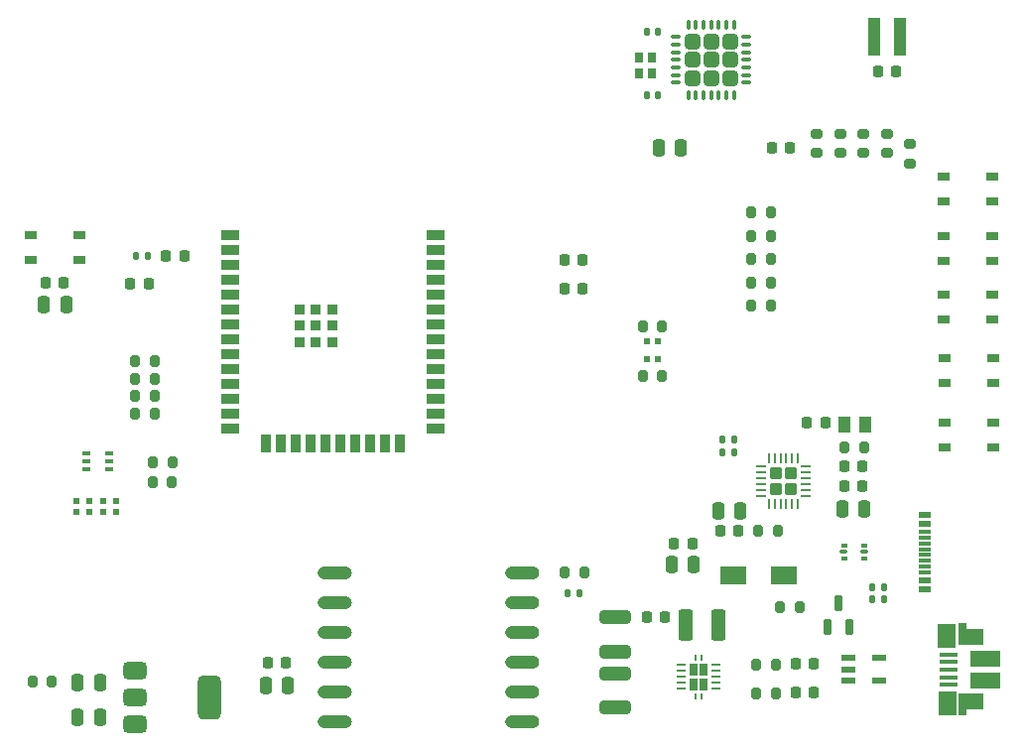
<source format=gbr>
%TF.GenerationSoftware,KiCad,Pcbnew,9.0.0*%
%TF.CreationDate,2025-06-04T09:40:56+09:00*%
%TF.ProjectId,FLP_PCB_host,464c505f-5043-4425-9f68-6f73742e6b69,rev?*%
%TF.SameCoordinates,Original*%
%TF.FileFunction,Paste,Top*%
%TF.FilePolarity,Positive*%
%FSLAX46Y46*%
G04 Gerber Fmt 4.6, Leading zero omitted, Abs format (unit mm)*
G04 Created by KiCad (PCBNEW 9.0.0) date 2025-06-04 09:40:56*
%MOMM*%
%LPD*%
G01*
G04 APERTURE LIST*
G04 Aperture macros list*
%AMRoundRect*
0 Rectangle with rounded corners*
0 $1 Rounding radius*
0 $2 $3 $4 $5 $6 $7 $8 $9 X,Y pos of 4 corners*
0 Add a 4 corners polygon primitive as box body*
4,1,4,$2,$3,$4,$5,$6,$7,$8,$9,$2,$3,0*
0 Add four circle primitives for the rounded corners*
1,1,$1+$1,$2,$3*
1,1,$1+$1,$4,$5*
1,1,$1+$1,$6,$7*
1,1,$1+$1,$8,$9*
0 Add four rect primitives between the rounded corners*
20,1,$1+$1,$2,$3,$4,$5,0*
20,1,$1+$1,$4,$5,$6,$7,0*
20,1,$1+$1,$6,$7,$8,$9,0*
20,1,$1+$1,$8,$9,$2,$3,0*%
G04 Aperture macros list end*
%ADD10C,0.010000*%
%ADD11RoundRect,0.225000X-0.225000X-0.250000X0.225000X-0.250000X0.225000X0.250000X-0.225000X0.250000X0*%
%ADD12RoundRect,0.200000X0.275000X-0.200000X0.275000X0.200000X-0.275000X0.200000X-0.275000X-0.200000X0*%
%ADD13RoundRect,0.200000X0.200000X0.275000X-0.200000X0.275000X-0.200000X-0.275000X0.200000X-0.275000X0*%
%ADD14R,0.980000X0.600000*%
%ADD15R,1.000000X0.600000*%
%ADD16R,1.140000X0.300000*%
%ADD17R,0.600000X0.490000*%
%ADD18RoundRect,0.225000X0.225000X0.250000X-0.225000X0.250000X-0.225000X-0.250000X0.225000X-0.250000X0*%
%ADD19R,1.050000X0.650000*%
%ADD20R,0.800000X0.900000*%
%ADD21RoundRect,0.135000X-0.135000X-0.185000X0.135000X-0.185000X0.135000X0.185000X-0.135000X0.185000X0*%
%ADD22RoundRect,0.250000X0.375000X1.075000X-0.375000X1.075000X-0.375000X-1.075000X0.375000X-1.075000X0*%
%ADD23R,1.000000X3.200000*%
%ADD24RoundRect,0.250000X-1.075000X0.312500X-1.075000X-0.312500X1.075000X-0.312500X1.075000X0.312500X0*%
%ADD25RoundRect,0.100000X-0.225000X-0.100000X0.225000X-0.100000X0.225000X0.100000X-0.225000X0.100000X0*%
%ADD26R,0.490000X0.600000*%
%ADD27RoundRect,0.075000X0.225000X-0.575000X0.225000X0.575000X-0.225000X0.575000X-0.225000X-0.575000X0*%
%ADD28RoundRect,0.200000X-0.200000X-0.275000X0.200000X-0.275000X0.200000X0.275000X-0.200000X0.275000X0*%
%ADD29RoundRect,0.250000X0.250000X0.475000X-0.250000X0.475000X-0.250000X-0.475000X0.250000X-0.475000X0*%
%ADD30RoundRect,0.140000X-0.140000X-0.170000X0.140000X-0.170000X0.140000X0.170000X-0.140000X0.170000X0*%
%ADD31R,1.140000X1.470000*%
%ADD32R,0.230000X0.230000*%
%ADD33O,0.800000X0.230000*%
%ADD34R,0.680000X1.050000*%
%ADD35R,0.260000X0.500000*%
%ADD36RoundRect,0.250000X-0.250000X-0.475000X0.250000X-0.475000X0.250000X0.475000X-0.250000X0.475000X0*%
%ADD37R,1.650000X0.400000*%
%ADD38R,0.700000X1.825000*%
%ADD39R,1.500000X2.000000*%
%ADD40R,2.000000X1.350000*%
%ADD41R,2.500000X1.430000*%
%ADD42RoundRect,0.375000X-0.625000X-0.375000X0.625000X-0.375000X0.625000X0.375000X-0.625000X0.375000X0*%
%ADD43RoundRect,0.500000X-0.500000X-1.400000X0.500000X-1.400000X0.500000X1.400000X-0.500000X1.400000X0*%
%ADD44R,1.270000X0.558800*%
%ADD45RoundRect,0.093750X0.156250X0.093750X-0.156250X0.093750X-0.156250X-0.093750X0.156250X-0.093750X0*%
%ADD46RoundRect,0.075000X0.250000X0.075000X-0.250000X0.075000X-0.250000X-0.075000X0.250000X-0.075000X0*%
%ADD47RoundRect,0.140000X0.140000X0.170000X-0.140000X0.170000X-0.140000X-0.170000X0.140000X-0.170000X0*%
%ADD48RoundRect,0.250000X-0.275000X-0.275000X0.275000X-0.275000X0.275000X0.275000X-0.275000X0.275000X0*%
%ADD49RoundRect,0.062500X-0.350000X-0.062500X0.350000X-0.062500X0.350000X0.062500X-0.350000X0.062500X0*%
%ADD50RoundRect,0.062500X-0.062500X-0.350000X0.062500X-0.350000X0.062500X0.350000X-0.062500X0.350000X0*%
%ADD51R,1.500000X0.900000*%
%ADD52R,0.900000X1.500000*%
%ADD53R,0.900000X0.900000*%
%ADD54RoundRect,0.249999X-0.395001X-0.395001X0.395001X-0.395001X0.395001X0.395001X-0.395001X0.395001X0*%
%ADD55RoundRect,0.075000X-0.312500X-0.075000X0.312500X-0.075000X0.312500X0.075000X-0.312500X0.075000X0*%
%ADD56RoundRect,0.075000X-0.075000X-0.312500X0.075000X-0.312500X0.075000X0.312500X-0.075000X0.312500X0*%
%ADD57R,2.300000X1.550000*%
G04 APERTURE END LIST*
D10*
%TO.C,U6*%
X60802000Y-66233000D02*
X60854000Y-66241000D01*
X60905000Y-66254000D01*
X60953000Y-66273000D01*
X61000000Y-66297000D01*
X61044000Y-66325000D01*
X61085000Y-66358000D01*
X61122000Y-66395000D01*
X61155000Y-66436000D01*
X61183000Y-66480000D01*
X61207000Y-66527000D01*
X61226000Y-66575000D01*
X61239000Y-66626000D01*
X61247000Y-66678000D01*
X61250000Y-66730000D01*
X61247000Y-66782000D01*
X61239000Y-66834000D01*
X61226000Y-66885000D01*
X61207000Y-66933000D01*
X61183000Y-66980000D01*
X61155000Y-67024000D01*
X61122000Y-67065000D01*
X61085000Y-67102000D01*
X61044000Y-67135000D01*
X61000000Y-67163000D01*
X60953000Y-67187000D01*
X60905000Y-67206000D01*
X60854000Y-67219000D01*
X60802000Y-67227000D01*
X60750000Y-67230000D01*
X58950000Y-67230000D01*
X58898000Y-67227000D01*
X58846000Y-67219000D01*
X58795000Y-67206000D01*
X58747000Y-67187000D01*
X58700000Y-67163000D01*
X58656000Y-67135000D01*
X58615000Y-67102000D01*
X58578000Y-67065000D01*
X58545000Y-67024000D01*
X58517000Y-66980000D01*
X58493000Y-66933000D01*
X58474000Y-66885000D01*
X58461000Y-66834000D01*
X58453000Y-66782000D01*
X58450000Y-66730000D01*
X58453000Y-66678000D01*
X58461000Y-66626000D01*
X58474000Y-66575000D01*
X58493000Y-66527000D01*
X58517000Y-66480000D01*
X58545000Y-66436000D01*
X58578000Y-66395000D01*
X58615000Y-66358000D01*
X58656000Y-66325000D01*
X58700000Y-66297000D01*
X58747000Y-66273000D01*
X58795000Y-66254000D01*
X58846000Y-66241000D01*
X58898000Y-66233000D01*
X58950000Y-66230000D01*
X60750000Y-66230000D01*
X60802000Y-66233000D01*
G36*
X60802000Y-66233000D02*
G01*
X60854000Y-66241000D01*
X60905000Y-66254000D01*
X60953000Y-66273000D01*
X61000000Y-66297000D01*
X61044000Y-66325000D01*
X61085000Y-66358000D01*
X61122000Y-66395000D01*
X61155000Y-66436000D01*
X61183000Y-66480000D01*
X61207000Y-66527000D01*
X61226000Y-66575000D01*
X61239000Y-66626000D01*
X61247000Y-66678000D01*
X61250000Y-66730000D01*
X61247000Y-66782000D01*
X61239000Y-66834000D01*
X61226000Y-66885000D01*
X61207000Y-66933000D01*
X61183000Y-66980000D01*
X61155000Y-67024000D01*
X61122000Y-67065000D01*
X61085000Y-67102000D01*
X61044000Y-67135000D01*
X61000000Y-67163000D01*
X60953000Y-67187000D01*
X60905000Y-67206000D01*
X60854000Y-67219000D01*
X60802000Y-67227000D01*
X60750000Y-67230000D01*
X58950000Y-67230000D01*
X58898000Y-67227000D01*
X58846000Y-67219000D01*
X58795000Y-67206000D01*
X58747000Y-67187000D01*
X58700000Y-67163000D01*
X58656000Y-67135000D01*
X58615000Y-67102000D01*
X58578000Y-67065000D01*
X58545000Y-67024000D01*
X58517000Y-66980000D01*
X58493000Y-66933000D01*
X58474000Y-66885000D01*
X58461000Y-66834000D01*
X58453000Y-66782000D01*
X58450000Y-66730000D01*
X58453000Y-66678000D01*
X58461000Y-66626000D01*
X58474000Y-66575000D01*
X58493000Y-66527000D01*
X58517000Y-66480000D01*
X58545000Y-66436000D01*
X58578000Y-66395000D01*
X58615000Y-66358000D01*
X58656000Y-66325000D01*
X58700000Y-66297000D01*
X58747000Y-66273000D01*
X58795000Y-66254000D01*
X58846000Y-66241000D01*
X58898000Y-66233000D01*
X58950000Y-66230000D01*
X60750000Y-66230000D01*
X60802000Y-66233000D01*
G37*
X60802000Y-68773000D02*
X60854000Y-68781000D01*
X60905000Y-68794000D01*
X60953000Y-68813000D01*
X61000000Y-68837000D01*
X61044000Y-68865000D01*
X61085000Y-68898000D01*
X61122000Y-68935000D01*
X61155000Y-68976000D01*
X61183000Y-69020000D01*
X61207000Y-69067000D01*
X61226000Y-69115000D01*
X61239000Y-69166000D01*
X61247000Y-69218000D01*
X61250000Y-69270000D01*
X61247000Y-69322000D01*
X61239000Y-69374000D01*
X61226000Y-69425000D01*
X61207000Y-69473000D01*
X61183000Y-69520000D01*
X61155000Y-69564000D01*
X61122000Y-69605000D01*
X61085000Y-69642000D01*
X61044000Y-69675000D01*
X61000000Y-69703000D01*
X60953000Y-69727000D01*
X60905000Y-69746000D01*
X60854000Y-69759000D01*
X60802000Y-69767000D01*
X60750000Y-69770000D01*
X58950000Y-69770000D01*
X58898000Y-69767000D01*
X58846000Y-69759000D01*
X58795000Y-69746000D01*
X58747000Y-69727000D01*
X58700000Y-69703000D01*
X58656000Y-69675000D01*
X58615000Y-69642000D01*
X58578000Y-69605000D01*
X58545000Y-69564000D01*
X58517000Y-69520000D01*
X58493000Y-69473000D01*
X58474000Y-69425000D01*
X58461000Y-69374000D01*
X58453000Y-69322000D01*
X58450000Y-69270000D01*
X58453000Y-69218000D01*
X58461000Y-69166000D01*
X58474000Y-69115000D01*
X58493000Y-69067000D01*
X58517000Y-69020000D01*
X58545000Y-68976000D01*
X58578000Y-68935000D01*
X58615000Y-68898000D01*
X58656000Y-68865000D01*
X58700000Y-68837000D01*
X58747000Y-68813000D01*
X58795000Y-68794000D01*
X58846000Y-68781000D01*
X58898000Y-68773000D01*
X58950000Y-68770000D01*
X60750000Y-68770000D01*
X60802000Y-68773000D01*
G36*
X60802000Y-68773000D02*
G01*
X60854000Y-68781000D01*
X60905000Y-68794000D01*
X60953000Y-68813000D01*
X61000000Y-68837000D01*
X61044000Y-68865000D01*
X61085000Y-68898000D01*
X61122000Y-68935000D01*
X61155000Y-68976000D01*
X61183000Y-69020000D01*
X61207000Y-69067000D01*
X61226000Y-69115000D01*
X61239000Y-69166000D01*
X61247000Y-69218000D01*
X61250000Y-69270000D01*
X61247000Y-69322000D01*
X61239000Y-69374000D01*
X61226000Y-69425000D01*
X61207000Y-69473000D01*
X61183000Y-69520000D01*
X61155000Y-69564000D01*
X61122000Y-69605000D01*
X61085000Y-69642000D01*
X61044000Y-69675000D01*
X61000000Y-69703000D01*
X60953000Y-69727000D01*
X60905000Y-69746000D01*
X60854000Y-69759000D01*
X60802000Y-69767000D01*
X60750000Y-69770000D01*
X58950000Y-69770000D01*
X58898000Y-69767000D01*
X58846000Y-69759000D01*
X58795000Y-69746000D01*
X58747000Y-69727000D01*
X58700000Y-69703000D01*
X58656000Y-69675000D01*
X58615000Y-69642000D01*
X58578000Y-69605000D01*
X58545000Y-69564000D01*
X58517000Y-69520000D01*
X58493000Y-69473000D01*
X58474000Y-69425000D01*
X58461000Y-69374000D01*
X58453000Y-69322000D01*
X58450000Y-69270000D01*
X58453000Y-69218000D01*
X58461000Y-69166000D01*
X58474000Y-69115000D01*
X58493000Y-69067000D01*
X58517000Y-69020000D01*
X58545000Y-68976000D01*
X58578000Y-68935000D01*
X58615000Y-68898000D01*
X58656000Y-68865000D01*
X58700000Y-68837000D01*
X58747000Y-68813000D01*
X58795000Y-68794000D01*
X58846000Y-68781000D01*
X58898000Y-68773000D01*
X58950000Y-68770000D01*
X60750000Y-68770000D01*
X60802000Y-68773000D01*
G37*
X60802000Y-71313000D02*
X60854000Y-71321000D01*
X60905000Y-71334000D01*
X60953000Y-71353000D01*
X61000000Y-71377000D01*
X61044000Y-71405000D01*
X61085000Y-71438000D01*
X61122000Y-71475000D01*
X61155000Y-71516000D01*
X61183000Y-71560000D01*
X61207000Y-71607000D01*
X61226000Y-71655000D01*
X61239000Y-71706000D01*
X61247000Y-71758000D01*
X61250000Y-71810000D01*
X61247000Y-71862000D01*
X61239000Y-71914000D01*
X61226000Y-71965000D01*
X61207000Y-72013000D01*
X61183000Y-72060000D01*
X61155000Y-72104000D01*
X61122000Y-72145000D01*
X61085000Y-72182000D01*
X61044000Y-72215000D01*
X61000000Y-72243000D01*
X60953000Y-72267000D01*
X60905000Y-72286000D01*
X60854000Y-72299000D01*
X60802000Y-72307000D01*
X60750000Y-72310000D01*
X58950000Y-72310000D01*
X58898000Y-72307000D01*
X58846000Y-72299000D01*
X58795000Y-72286000D01*
X58747000Y-72267000D01*
X58700000Y-72243000D01*
X58656000Y-72215000D01*
X58615000Y-72182000D01*
X58578000Y-72145000D01*
X58545000Y-72104000D01*
X58517000Y-72060000D01*
X58493000Y-72013000D01*
X58474000Y-71965000D01*
X58461000Y-71914000D01*
X58453000Y-71862000D01*
X58450000Y-71810000D01*
X58453000Y-71758000D01*
X58461000Y-71706000D01*
X58474000Y-71655000D01*
X58493000Y-71607000D01*
X58517000Y-71560000D01*
X58545000Y-71516000D01*
X58578000Y-71475000D01*
X58615000Y-71438000D01*
X58656000Y-71405000D01*
X58700000Y-71377000D01*
X58747000Y-71353000D01*
X58795000Y-71334000D01*
X58846000Y-71321000D01*
X58898000Y-71313000D01*
X58950000Y-71310000D01*
X60750000Y-71310000D01*
X60802000Y-71313000D01*
G36*
X60802000Y-71313000D02*
G01*
X60854000Y-71321000D01*
X60905000Y-71334000D01*
X60953000Y-71353000D01*
X61000000Y-71377000D01*
X61044000Y-71405000D01*
X61085000Y-71438000D01*
X61122000Y-71475000D01*
X61155000Y-71516000D01*
X61183000Y-71560000D01*
X61207000Y-71607000D01*
X61226000Y-71655000D01*
X61239000Y-71706000D01*
X61247000Y-71758000D01*
X61250000Y-71810000D01*
X61247000Y-71862000D01*
X61239000Y-71914000D01*
X61226000Y-71965000D01*
X61207000Y-72013000D01*
X61183000Y-72060000D01*
X61155000Y-72104000D01*
X61122000Y-72145000D01*
X61085000Y-72182000D01*
X61044000Y-72215000D01*
X61000000Y-72243000D01*
X60953000Y-72267000D01*
X60905000Y-72286000D01*
X60854000Y-72299000D01*
X60802000Y-72307000D01*
X60750000Y-72310000D01*
X58950000Y-72310000D01*
X58898000Y-72307000D01*
X58846000Y-72299000D01*
X58795000Y-72286000D01*
X58747000Y-72267000D01*
X58700000Y-72243000D01*
X58656000Y-72215000D01*
X58615000Y-72182000D01*
X58578000Y-72145000D01*
X58545000Y-72104000D01*
X58517000Y-72060000D01*
X58493000Y-72013000D01*
X58474000Y-71965000D01*
X58461000Y-71914000D01*
X58453000Y-71862000D01*
X58450000Y-71810000D01*
X58453000Y-71758000D01*
X58461000Y-71706000D01*
X58474000Y-71655000D01*
X58493000Y-71607000D01*
X58517000Y-71560000D01*
X58545000Y-71516000D01*
X58578000Y-71475000D01*
X58615000Y-71438000D01*
X58656000Y-71405000D01*
X58700000Y-71377000D01*
X58747000Y-71353000D01*
X58795000Y-71334000D01*
X58846000Y-71321000D01*
X58898000Y-71313000D01*
X58950000Y-71310000D01*
X60750000Y-71310000D01*
X60802000Y-71313000D01*
G37*
X60802000Y-73853000D02*
X60854000Y-73861000D01*
X60905000Y-73874000D01*
X60953000Y-73893000D01*
X61000000Y-73917000D01*
X61044000Y-73945000D01*
X61085000Y-73978000D01*
X61122000Y-74015000D01*
X61155000Y-74056000D01*
X61183000Y-74100000D01*
X61207000Y-74147000D01*
X61226000Y-74195000D01*
X61239000Y-74246000D01*
X61247000Y-74298000D01*
X61250000Y-74350000D01*
X61247000Y-74402000D01*
X61239000Y-74454000D01*
X61226000Y-74505000D01*
X61207000Y-74553000D01*
X61183000Y-74600000D01*
X61155000Y-74644000D01*
X61122000Y-74685000D01*
X61085000Y-74722000D01*
X61044000Y-74755000D01*
X61000000Y-74783000D01*
X60953000Y-74807000D01*
X60905000Y-74826000D01*
X60854000Y-74839000D01*
X60802000Y-74847000D01*
X60750000Y-74850000D01*
X58950000Y-74850000D01*
X58898000Y-74847000D01*
X58846000Y-74839000D01*
X58795000Y-74826000D01*
X58747000Y-74807000D01*
X58700000Y-74783000D01*
X58656000Y-74755000D01*
X58615000Y-74722000D01*
X58578000Y-74685000D01*
X58545000Y-74644000D01*
X58517000Y-74600000D01*
X58493000Y-74553000D01*
X58474000Y-74505000D01*
X58461000Y-74454000D01*
X58453000Y-74402000D01*
X58450000Y-74350000D01*
X58453000Y-74298000D01*
X58461000Y-74246000D01*
X58474000Y-74195000D01*
X58493000Y-74147000D01*
X58517000Y-74100000D01*
X58545000Y-74056000D01*
X58578000Y-74015000D01*
X58615000Y-73978000D01*
X58656000Y-73945000D01*
X58700000Y-73917000D01*
X58747000Y-73893000D01*
X58795000Y-73874000D01*
X58846000Y-73861000D01*
X58898000Y-73853000D01*
X58950000Y-73850000D01*
X60750000Y-73850000D01*
X60802000Y-73853000D01*
G36*
X60802000Y-73853000D02*
G01*
X60854000Y-73861000D01*
X60905000Y-73874000D01*
X60953000Y-73893000D01*
X61000000Y-73917000D01*
X61044000Y-73945000D01*
X61085000Y-73978000D01*
X61122000Y-74015000D01*
X61155000Y-74056000D01*
X61183000Y-74100000D01*
X61207000Y-74147000D01*
X61226000Y-74195000D01*
X61239000Y-74246000D01*
X61247000Y-74298000D01*
X61250000Y-74350000D01*
X61247000Y-74402000D01*
X61239000Y-74454000D01*
X61226000Y-74505000D01*
X61207000Y-74553000D01*
X61183000Y-74600000D01*
X61155000Y-74644000D01*
X61122000Y-74685000D01*
X61085000Y-74722000D01*
X61044000Y-74755000D01*
X61000000Y-74783000D01*
X60953000Y-74807000D01*
X60905000Y-74826000D01*
X60854000Y-74839000D01*
X60802000Y-74847000D01*
X60750000Y-74850000D01*
X58950000Y-74850000D01*
X58898000Y-74847000D01*
X58846000Y-74839000D01*
X58795000Y-74826000D01*
X58747000Y-74807000D01*
X58700000Y-74783000D01*
X58656000Y-74755000D01*
X58615000Y-74722000D01*
X58578000Y-74685000D01*
X58545000Y-74644000D01*
X58517000Y-74600000D01*
X58493000Y-74553000D01*
X58474000Y-74505000D01*
X58461000Y-74454000D01*
X58453000Y-74402000D01*
X58450000Y-74350000D01*
X58453000Y-74298000D01*
X58461000Y-74246000D01*
X58474000Y-74195000D01*
X58493000Y-74147000D01*
X58517000Y-74100000D01*
X58545000Y-74056000D01*
X58578000Y-74015000D01*
X58615000Y-73978000D01*
X58656000Y-73945000D01*
X58700000Y-73917000D01*
X58747000Y-73893000D01*
X58795000Y-73874000D01*
X58846000Y-73861000D01*
X58898000Y-73853000D01*
X58950000Y-73850000D01*
X60750000Y-73850000D01*
X60802000Y-73853000D01*
G37*
X60802000Y-76393000D02*
X60854000Y-76401000D01*
X60905000Y-76414000D01*
X60953000Y-76433000D01*
X61000000Y-76457000D01*
X61044000Y-76485000D01*
X61085000Y-76518000D01*
X61122000Y-76555000D01*
X61155000Y-76596000D01*
X61183000Y-76640000D01*
X61207000Y-76687000D01*
X61226000Y-76735000D01*
X61239000Y-76786000D01*
X61247000Y-76838000D01*
X61250000Y-76890000D01*
X61247000Y-76942000D01*
X61239000Y-76994000D01*
X61226000Y-77045000D01*
X61207000Y-77093000D01*
X61183000Y-77140000D01*
X61155000Y-77184000D01*
X61122000Y-77225000D01*
X61085000Y-77262000D01*
X61044000Y-77295000D01*
X61000000Y-77323000D01*
X60953000Y-77347000D01*
X60905000Y-77366000D01*
X60854000Y-77379000D01*
X60802000Y-77387000D01*
X60750000Y-77390000D01*
X58950000Y-77390000D01*
X58898000Y-77387000D01*
X58846000Y-77379000D01*
X58795000Y-77366000D01*
X58747000Y-77347000D01*
X58700000Y-77323000D01*
X58656000Y-77295000D01*
X58615000Y-77262000D01*
X58578000Y-77225000D01*
X58545000Y-77184000D01*
X58517000Y-77140000D01*
X58493000Y-77093000D01*
X58474000Y-77045000D01*
X58461000Y-76994000D01*
X58453000Y-76942000D01*
X58450000Y-76890000D01*
X58453000Y-76838000D01*
X58461000Y-76786000D01*
X58474000Y-76735000D01*
X58493000Y-76687000D01*
X58517000Y-76640000D01*
X58545000Y-76596000D01*
X58578000Y-76555000D01*
X58615000Y-76518000D01*
X58656000Y-76485000D01*
X58700000Y-76457000D01*
X58747000Y-76433000D01*
X58795000Y-76414000D01*
X58846000Y-76401000D01*
X58898000Y-76393000D01*
X58950000Y-76390000D01*
X60750000Y-76390000D01*
X60802000Y-76393000D01*
G36*
X60802000Y-76393000D02*
G01*
X60854000Y-76401000D01*
X60905000Y-76414000D01*
X60953000Y-76433000D01*
X61000000Y-76457000D01*
X61044000Y-76485000D01*
X61085000Y-76518000D01*
X61122000Y-76555000D01*
X61155000Y-76596000D01*
X61183000Y-76640000D01*
X61207000Y-76687000D01*
X61226000Y-76735000D01*
X61239000Y-76786000D01*
X61247000Y-76838000D01*
X61250000Y-76890000D01*
X61247000Y-76942000D01*
X61239000Y-76994000D01*
X61226000Y-77045000D01*
X61207000Y-77093000D01*
X61183000Y-77140000D01*
X61155000Y-77184000D01*
X61122000Y-77225000D01*
X61085000Y-77262000D01*
X61044000Y-77295000D01*
X61000000Y-77323000D01*
X60953000Y-77347000D01*
X60905000Y-77366000D01*
X60854000Y-77379000D01*
X60802000Y-77387000D01*
X60750000Y-77390000D01*
X58950000Y-77390000D01*
X58898000Y-77387000D01*
X58846000Y-77379000D01*
X58795000Y-77366000D01*
X58747000Y-77347000D01*
X58700000Y-77323000D01*
X58656000Y-77295000D01*
X58615000Y-77262000D01*
X58578000Y-77225000D01*
X58545000Y-77184000D01*
X58517000Y-77140000D01*
X58493000Y-77093000D01*
X58474000Y-77045000D01*
X58461000Y-76994000D01*
X58453000Y-76942000D01*
X58450000Y-76890000D01*
X58453000Y-76838000D01*
X58461000Y-76786000D01*
X58474000Y-76735000D01*
X58493000Y-76687000D01*
X58517000Y-76640000D01*
X58545000Y-76596000D01*
X58578000Y-76555000D01*
X58615000Y-76518000D01*
X58656000Y-76485000D01*
X58700000Y-76457000D01*
X58747000Y-76433000D01*
X58795000Y-76414000D01*
X58846000Y-76401000D01*
X58898000Y-76393000D01*
X58950000Y-76390000D01*
X60750000Y-76390000D01*
X60802000Y-76393000D01*
G37*
X60802000Y-78933000D02*
X60854000Y-78941000D01*
X60905000Y-78954000D01*
X60953000Y-78973000D01*
X61000000Y-78997000D01*
X61044000Y-79025000D01*
X61085000Y-79058000D01*
X61122000Y-79095000D01*
X61155000Y-79136000D01*
X61183000Y-79180000D01*
X61207000Y-79227000D01*
X61226000Y-79275000D01*
X61239000Y-79326000D01*
X61247000Y-79378000D01*
X61250000Y-79430000D01*
X61247000Y-79482000D01*
X61239000Y-79534000D01*
X61226000Y-79585000D01*
X61207000Y-79633000D01*
X61183000Y-79680000D01*
X61155000Y-79724000D01*
X61122000Y-79765000D01*
X61085000Y-79802000D01*
X61044000Y-79835000D01*
X61000000Y-79863000D01*
X60953000Y-79887000D01*
X60905000Y-79906000D01*
X60854000Y-79919000D01*
X60802000Y-79927000D01*
X60750000Y-79930000D01*
X58950000Y-79930000D01*
X58898000Y-79927000D01*
X58846000Y-79919000D01*
X58795000Y-79906000D01*
X58747000Y-79887000D01*
X58700000Y-79863000D01*
X58656000Y-79835000D01*
X58615000Y-79802000D01*
X58578000Y-79765000D01*
X58545000Y-79724000D01*
X58517000Y-79680000D01*
X58493000Y-79633000D01*
X58474000Y-79585000D01*
X58461000Y-79534000D01*
X58453000Y-79482000D01*
X58450000Y-79430000D01*
X58453000Y-79378000D01*
X58461000Y-79326000D01*
X58474000Y-79275000D01*
X58493000Y-79227000D01*
X58517000Y-79180000D01*
X58545000Y-79136000D01*
X58578000Y-79095000D01*
X58615000Y-79058000D01*
X58656000Y-79025000D01*
X58700000Y-78997000D01*
X58747000Y-78973000D01*
X58795000Y-78954000D01*
X58846000Y-78941000D01*
X58898000Y-78933000D01*
X58950000Y-78930000D01*
X60750000Y-78930000D01*
X60802000Y-78933000D01*
G36*
X60802000Y-78933000D02*
G01*
X60854000Y-78941000D01*
X60905000Y-78954000D01*
X60953000Y-78973000D01*
X61000000Y-78997000D01*
X61044000Y-79025000D01*
X61085000Y-79058000D01*
X61122000Y-79095000D01*
X61155000Y-79136000D01*
X61183000Y-79180000D01*
X61207000Y-79227000D01*
X61226000Y-79275000D01*
X61239000Y-79326000D01*
X61247000Y-79378000D01*
X61250000Y-79430000D01*
X61247000Y-79482000D01*
X61239000Y-79534000D01*
X61226000Y-79585000D01*
X61207000Y-79633000D01*
X61183000Y-79680000D01*
X61155000Y-79724000D01*
X61122000Y-79765000D01*
X61085000Y-79802000D01*
X61044000Y-79835000D01*
X61000000Y-79863000D01*
X60953000Y-79887000D01*
X60905000Y-79906000D01*
X60854000Y-79919000D01*
X60802000Y-79927000D01*
X60750000Y-79930000D01*
X58950000Y-79930000D01*
X58898000Y-79927000D01*
X58846000Y-79919000D01*
X58795000Y-79906000D01*
X58747000Y-79887000D01*
X58700000Y-79863000D01*
X58656000Y-79835000D01*
X58615000Y-79802000D01*
X58578000Y-79765000D01*
X58545000Y-79724000D01*
X58517000Y-79680000D01*
X58493000Y-79633000D01*
X58474000Y-79585000D01*
X58461000Y-79534000D01*
X58453000Y-79482000D01*
X58450000Y-79430000D01*
X58453000Y-79378000D01*
X58461000Y-79326000D01*
X58474000Y-79275000D01*
X58493000Y-79227000D01*
X58517000Y-79180000D01*
X58545000Y-79136000D01*
X58578000Y-79095000D01*
X58615000Y-79058000D01*
X58656000Y-79025000D01*
X58700000Y-78997000D01*
X58747000Y-78973000D01*
X58795000Y-78954000D01*
X58846000Y-78941000D01*
X58898000Y-78933000D01*
X58950000Y-78930000D01*
X60750000Y-78930000D01*
X60802000Y-78933000D01*
G37*
X44802000Y-66233000D02*
X44854000Y-66241000D01*
X44905000Y-66254000D01*
X44953000Y-66273000D01*
X45000000Y-66297000D01*
X45044000Y-66325000D01*
X45085000Y-66358000D01*
X45122000Y-66395000D01*
X45155000Y-66436000D01*
X45183000Y-66480000D01*
X45207000Y-66527000D01*
X45226000Y-66575000D01*
X45239000Y-66626000D01*
X45247000Y-66678000D01*
X45250000Y-66730000D01*
X45247000Y-66782000D01*
X45239000Y-66834000D01*
X45226000Y-66885000D01*
X45207000Y-66933000D01*
X45183000Y-66980000D01*
X45155000Y-67024000D01*
X45122000Y-67065000D01*
X45085000Y-67102000D01*
X45044000Y-67135000D01*
X45000000Y-67163000D01*
X44953000Y-67187000D01*
X44905000Y-67206000D01*
X44854000Y-67219000D01*
X44802000Y-67227000D01*
X44750000Y-67230000D01*
X42950000Y-67230000D01*
X42898000Y-67227000D01*
X42846000Y-67219000D01*
X42795000Y-67206000D01*
X42747000Y-67187000D01*
X42700000Y-67163000D01*
X42656000Y-67135000D01*
X42615000Y-67102000D01*
X42578000Y-67065000D01*
X42545000Y-67024000D01*
X42517000Y-66980000D01*
X42493000Y-66933000D01*
X42474000Y-66885000D01*
X42461000Y-66834000D01*
X42453000Y-66782000D01*
X42450000Y-66730000D01*
X42453000Y-66678000D01*
X42461000Y-66626000D01*
X42474000Y-66575000D01*
X42493000Y-66527000D01*
X42517000Y-66480000D01*
X42545000Y-66436000D01*
X42578000Y-66395000D01*
X42615000Y-66358000D01*
X42656000Y-66325000D01*
X42700000Y-66297000D01*
X42747000Y-66273000D01*
X42795000Y-66254000D01*
X42846000Y-66241000D01*
X42898000Y-66233000D01*
X42950000Y-66230000D01*
X43850000Y-66230000D01*
X44650000Y-66230000D01*
X44750000Y-66230000D01*
X44802000Y-66233000D01*
G36*
X44802000Y-66233000D02*
G01*
X44854000Y-66241000D01*
X44905000Y-66254000D01*
X44953000Y-66273000D01*
X45000000Y-66297000D01*
X45044000Y-66325000D01*
X45085000Y-66358000D01*
X45122000Y-66395000D01*
X45155000Y-66436000D01*
X45183000Y-66480000D01*
X45207000Y-66527000D01*
X45226000Y-66575000D01*
X45239000Y-66626000D01*
X45247000Y-66678000D01*
X45250000Y-66730000D01*
X45247000Y-66782000D01*
X45239000Y-66834000D01*
X45226000Y-66885000D01*
X45207000Y-66933000D01*
X45183000Y-66980000D01*
X45155000Y-67024000D01*
X45122000Y-67065000D01*
X45085000Y-67102000D01*
X45044000Y-67135000D01*
X45000000Y-67163000D01*
X44953000Y-67187000D01*
X44905000Y-67206000D01*
X44854000Y-67219000D01*
X44802000Y-67227000D01*
X44750000Y-67230000D01*
X42950000Y-67230000D01*
X42898000Y-67227000D01*
X42846000Y-67219000D01*
X42795000Y-67206000D01*
X42747000Y-67187000D01*
X42700000Y-67163000D01*
X42656000Y-67135000D01*
X42615000Y-67102000D01*
X42578000Y-67065000D01*
X42545000Y-67024000D01*
X42517000Y-66980000D01*
X42493000Y-66933000D01*
X42474000Y-66885000D01*
X42461000Y-66834000D01*
X42453000Y-66782000D01*
X42450000Y-66730000D01*
X42453000Y-66678000D01*
X42461000Y-66626000D01*
X42474000Y-66575000D01*
X42493000Y-66527000D01*
X42517000Y-66480000D01*
X42545000Y-66436000D01*
X42578000Y-66395000D01*
X42615000Y-66358000D01*
X42656000Y-66325000D01*
X42700000Y-66297000D01*
X42747000Y-66273000D01*
X42795000Y-66254000D01*
X42846000Y-66241000D01*
X42898000Y-66233000D01*
X42950000Y-66230000D01*
X43850000Y-66230000D01*
X44650000Y-66230000D01*
X44750000Y-66230000D01*
X44802000Y-66233000D01*
G37*
X44802000Y-68773000D02*
X44854000Y-68781000D01*
X44905000Y-68794000D01*
X44953000Y-68813000D01*
X45000000Y-68837000D01*
X45044000Y-68865000D01*
X45085000Y-68898000D01*
X45122000Y-68935000D01*
X45155000Y-68976000D01*
X45183000Y-69020000D01*
X45207000Y-69067000D01*
X45226000Y-69115000D01*
X45239000Y-69166000D01*
X45247000Y-69218000D01*
X45250000Y-69270000D01*
X45247000Y-69322000D01*
X45239000Y-69374000D01*
X45226000Y-69425000D01*
X45207000Y-69473000D01*
X45183000Y-69520000D01*
X45155000Y-69564000D01*
X45122000Y-69605000D01*
X45085000Y-69642000D01*
X45044000Y-69675000D01*
X45000000Y-69703000D01*
X44953000Y-69727000D01*
X44905000Y-69746000D01*
X44854000Y-69759000D01*
X44802000Y-69767000D01*
X44750000Y-69770000D01*
X42950000Y-69770000D01*
X42898000Y-69767000D01*
X42846000Y-69759000D01*
X42795000Y-69746000D01*
X42747000Y-69727000D01*
X42700000Y-69703000D01*
X42656000Y-69675000D01*
X42615000Y-69642000D01*
X42578000Y-69605000D01*
X42545000Y-69564000D01*
X42517000Y-69520000D01*
X42493000Y-69473000D01*
X42474000Y-69425000D01*
X42461000Y-69374000D01*
X42453000Y-69322000D01*
X42450000Y-69270000D01*
X42453000Y-69218000D01*
X42461000Y-69166000D01*
X42474000Y-69115000D01*
X42493000Y-69067000D01*
X42517000Y-69020000D01*
X42545000Y-68976000D01*
X42578000Y-68935000D01*
X42615000Y-68898000D01*
X42656000Y-68865000D01*
X42700000Y-68837000D01*
X42747000Y-68813000D01*
X42795000Y-68794000D01*
X42846000Y-68781000D01*
X42898000Y-68773000D01*
X42950000Y-68770000D01*
X43850000Y-68770000D01*
X44650000Y-68770000D01*
X44750000Y-68770000D01*
X44802000Y-68773000D01*
G36*
X44802000Y-68773000D02*
G01*
X44854000Y-68781000D01*
X44905000Y-68794000D01*
X44953000Y-68813000D01*
X45000000Y-68837000D01*
X45044000Y-68865000D01*
X45085000Y-68898000D01*
X45122000Y-68935000D01*
X45155000Y-68976000D01*
X45183000Y-69020000D01*
X45207000Y-69067000D01*
X45226000Y-69115000D01*
X45239000Y-69166000D01*
X45247000Y-69218000D01*
X45250000Y-69270000D01*
X45247000Y-69322000D01*
X45239000Y-69374000D01*
X45226000Y-69425000D01*
X45207000Y-69473000D01*
X45183000Y-69520000D01*
X45155000Y-69564000D01*
X45122000Y-69605000D01*
X45085000Y-69642000D01*
X45044000Y-69675000D01*
X45000000Y-69703000D01*
X44953000Y-69727000D01*
X44905000Y-69746000D01*
X44854000Y-69759000D01*
X44802000Y-69767000D01*
X44750000Y-69770000D01*
X42950000Y-69770000D01*
X42898000Y-69767000D01*
X42846000Y-69759000D01*
X42795000Y-69746000D01*
X42747000Y-69727000D01*
X42700000Y-69703000D01*
X42656000Y-69675000D01*
X42615000Y-69642000D01*
X42578000Y-69605000D01*
X42545000Y-69564000D01*
X42517000Y-69520000D01*
X42493000Y-69473000D01*
X42474000Y-69425000D01*
X42461000Y-69374000D01*
X42453000Y-69322000D01*
X42450000Y-69270000D01*
X42453000Y-69218000D01*
X42461000Y-69166000D01*
X42474000Y-69115000D01*
X42493000Y-69067000D01*
X42517000Y-69020000D01*
X42545000Y-68976000D01*
X42578000Y-68935000D01*
X42615000Y-68898000D01*
X42656000Y-68865000D01*
X42700000Y-68837000D01*
X42747000Y-68813000D01*
X42795000Y-68794000D01*
X42846000Y-68781000D01*
X42898000Y-68773000D01*
X42950000Y-68770000D01*
X43850000Y-68770000D01*
X44650000Y-68770000D01*
X44750000Y-68770000D01*
X44802000Y-68773000D01*
G37*
X44802000Y-71313000D02*
X44854000Y-71321000D01*
X44905000Y-71334000D01*
X44953000Y-71353000D01*
X45000000Y-71377000D01*
X45044000Y-71405000D01*
X45085000Y-71438000D01*
X45122000Y-71475000D01*
X45155000Y-71516000D01*
X45183000Y-71560000D01*
X45207000Y-71607000D01*
X45226000Y-71655000D01*
X45239000Y-71706000D01*
X45247000Y-71758000D01*
X45250000Y-71810000D01*
X45247000Y-71862000D01*
X45239000Y-71914000D01*
X45226000Y-71965000D01*
X45207000Y-72013000D01*
X45183000Y-72060000D01*
X45155000Y-72104000D01*
X45122000Y-72145000D01*
X45085000Y-72182000D01*
X45044000Y-72215000D01*
X45000000Y-72243000D01*
X44953000Y-72267000D01*
X44905000Y-72286000D01*
X44854000Y-72299000D01*
X44802000Y-72307000D01*
X44750000Y-72310000D01*
X42950000Y-72310000D01*
X42898000Y-72307000D01*
X42846000Y-72299000D01*
X42795000Y-72286000D01*
X42747000Y-72267000D01*
X42700000Y-72243000D01*
X42656000Y-72215000D01*
X42615000Y-72182000D01*
X42578000Y-72145000D01*
X42545000Y-72104000D01*
X42517000Y-72060000D01*
X42493000Y-72013000D01*
X42474000Y-71965000D01*
X42461000Y-71914000D01*
X42453000Y-71862000D01*
X42450000Y-71810000D01*
X42453000Y-71758000D01*
X42461000Y-71706000D01*
X42474000Y-71655000D01*
X42493000Y-71607000D01*
X42517000Y-71560000D01*
X42545000Y-71516000D01*
X42578000Y-71475000D01*
X42615000Y-71438000D01*
X42656000Y-71405000D01*
X42700000Y-71377000D01*
X42747000Y-71353000D01*
X42795000Y-71334000D01*
X42846000Y-71321000D01*
X42898000Y-71313000D01*
X42950000Y-71310000D01*
X43850000Y-71310000D01*
X44650000Y-71310000D01*
X44750000Y-71310000D01*
X44802000Y-71313000D01*
G36*
X44802000Y-71313000D02*
G01*
X44854000Y-71321000D01*
X44905000Y-71334000D01*
X44953000Y-71353000D01*
X45000000Y-71377000D01*
X45044000Y-71405000D01*
X45085000Y-71438000D01*
X45122000Y-71475000D01*
X45155000Y-71516000D01*
X45183000Y-71560000D01*
X45207000Y-71607000D01*
X45226000Y-71655000D01*
X45239000Y-71706000D01*
X45247000Y-71758000D01*
X45250000Y-71810000D01*
X45247000Y-71862000D01*
X45239000Y-71914000D01*
X45226000Y-71965000D01*
X45207000Y-72013000D01*
X45183000Y-72060000D01*
X45155000Y-72104000D01*
X45122000Y-72145000D01*
X45085000Y-72182000D01*
X45044000Y-72215000D01*
X45000000Y-72243000D01*
X44953000Y-72267000D01*
X44905000Y-72286000D01*
X44854000Y-72299000D01*
X44802000Y-72307000D01*
X44750000Y-72310000D01*
X42950000Y-72310000D01*
X42898000Y-72307000D01*
X42846000Y-72299000D01*
X42795000Y-72286000D01*
X42747000Y-72267000D01*
X42700000Y-72243000D01*
X42656000Y-72215000D01*
X42615000Y-72182000D01*
X42578000Y-72145000D01*
X42545000Y-72104000D01*
X42517000Y-72060000D01*
X42493000Y-72013000D01*
X42474000Y-71965000D01*
X42461000Y-71914000D01*
X42453000Y-71862000D01*
X42450000Y-71810000D01*
X42453000Y-71758000D01*
X42461000Y-71706000D01*
X42474000Y-71655000D01*
X42493000Y-71607000D01*
X42517000Y-71560000D01*
X42545000Y-71516000D01*
X42578000Y-71475000D01*
X42615000Y-71438000D01*
X42656000Y-71405000D01*
X42700000Y-71377000D01*
X42747000Y-71353000D01*
X42795000Y-71334000D01*
X42846000Y-71321000D01*
X42898000Y-71313000D01*
X42950000Y-71310000D01*
X43850000Y-71310000D01*
X44650000Y-71310000D01*
X44750000Y-71310000D01*
X44802000Y-71313000D01*
G37*
X44802000Y-73853000D02*
X44854000Y-73861000D01*
X44905000Y-73874000D01*
X44953000Y-73893000D01*
X45000000Y-73917000D01*
X45044000Y-73945000D01*
X45085000Y-73978000D01*
X45122000Y-74015000D01*
X45155000Y-74056000D01*
X45183000Y-74100000D01*
X45207000Y-74147000D01*
X45226000Y-74195000D01*
X45239000Y-74246000D01*
X45247000Y-74298000D01*
X45250000Y-74350000D01*
X45247000Y-74402000D01*
X45239000Y-74454000D01*
X45226000Y-74505000D01*
X45207000Y-74553000D01*
X45183000Y-74600000D01*
X45155000Y-74644000D01*
X45122000Y-74685000D01*
X45085000Y-74722000D01*
X45044000Y-74755000D01*
X45000000Y-74783000D01*
X44953000Y-74807000D01*
X44905000Y-74826000D01*
X44854000Y-74839000D01*
X44802000Y-74847000D01*
X44750000Y-74850000D01*
X42950000Y-74850000D01*
X42898000Y-74847000D01*
X42846000Y-74839000D01*
X42795000Y-74826000D01*
X42747000Y-74807000D01*
X42700000Y-74783000D01*
X42656000Y-74755000D01*
X42615000Y-74722000D01*
X42578000Y-74685000D01*
X42545000Y-74644000D01*
X42517000Y-74600000D01*
X42493000Y-74553000D01*
X42474000Y-74505000D01*
X42461000Y-74454000D01*
X42453000Y-74402000D01*
X42450000Y-74350000D01*
X42453000Y-74298000D01*
X42461000Y-74246000D01*
X42474000Y-74195000D01*
X42493000Y-74147000D01*
X42517000Y-74100000D01*
X42545000Y-74056000D01*
X42578000Y-74015000D01*
X42615000Y-73978000D01*
X42656000Y-73945000D01*
X42700000Y-73917000D01*
X42747000Y-73893000D01*
X42795000Y-73874000D01*
X42846000Y-73861000D01*
X42898000Y-73853000D01*
X42950000Y-73850000D01*
X43850000Y-73850000D01*
X44650000Y-73850000D01*
X44750000Y-73850000D01*
X44802000Y-73853000D01*
G36*
X44802000Y-73853000D02*
G01*
X44854000Y-73861000D01*
X44905000Y-73874000D01*
X44953000Y-73893000D01*
X45000000Y-73917000D01*
X45044000Y-73945000D01*
X45085000Y-73978000D01*
X45122000Y-74015000D01*
X45155000Y-74056000D01*
X45183000Y-74100000D01*
X45207000Y-74147000D01*
X45226000Y-74195000D01*
X45239000Y-74246000D01*
X45247000Y-74298000D01*
X45250000Y-74350000D01*
X45247000Y-74402000D01*
X45239000Y-74454000D01*
X45226000Y-74505000D01*
X45207000Y-74553000D01*
X45183000Y-74600000D01*
X45155000Y-74644000D01*
X45122000Y-74685000D01*
X45085000Y-74722000D01*
X45044000Y-74755000D01*
X45000000Y-74783000D01*
X44953000Y-74807000D01*
X44905000Y-74826000D01*
X44854000Y-74839000D01*
X44802000Y-74847000D01*
X44750000Y-74850000D01*
X42950000Y-74850000D01*
X42898000Y-74847000D01*
X42846000Y-74839000D01*
X42795000Y-74826000D01*
X42747000Y-74807000D01*
X42700000Y-74783000D01*
X42656000Y-74755000D01*
X42615000Y-74722000D01*
X42578000Y-74685000D01*
X42545000Y-74644000D01*
X42517000Y-74600000D01*
X42493000Y-74553000D01*
X42474000Y-74505000D01*
X42461000Y-74454000D01*
X42453000Y-74402000D01*
X42450000Y-74350000D01*
X42453000Y-74298000D01*
X42461000Y-74246000D01*
X42474000Y-74195000D01*
X42493000Y-74147000D01*
X42517000Y-74100000D01*
X42545000Y-74056000D01*
X42578000Y-74015000D01*
X42615000Y-73978000D01*
X42656000Y-73945000D01*
X42700000Y-73917000D01*
X42747000Y-73893000D01*
X42795000Y-73874000D01*
X42846000Y-73861000D01*
X42898000Y-73853000D01*
X42950000Y-73850000D01*
X43850000Y-73850000D01*
X44650000Y-73850000D01*
X44750000Y-73850000D01*
X44802000Y-73853000D01*
G37*
X44802000Y-76393000D02*
X44854000Y-76401000D01*
X44905000Y-76414000D01*
X44953000Y-76433000D01*
X45000000Y-76457000D01*
X45044000Y-76485000D01*
X45085000Y-76518000D01*
X45122000Y-76555000D01*
X45155000Y-76596000D01*
X45183000Y-76640000D01*
X45207000Y-76687000D01*
X45226000Y-76735000D01*
X45239000Y-76786000D01*
X45247000Y-76838000D01*
X45250000Y-76890000D01*
X45247000Y-76942000D01*
X45239000Y-76994000D01*
X45226000Y-77045000D01*
X45207000Y-77093000D01*
X45183000Y-77140000D01*
X45155000Y-77184000D01*
X45122000Y-77225000D01*
X45085000Y-77262000D01*
X45044000Y-77295000D01*
X45000000Y-77323000D01*
X44953000Y-77347000D01*
X44905000Y-77366000D01*
X44854000Y-77379000D01*
X44802000Y-77387000D01*
X44750000Y-77390000D01*
X42950000Y-77390000D01*
X42898000Y-77387000D01*
X42846000Y-77379000D01*
X42795000Y-77366000D01*
X42747000Y-77347000D01*
X42700000Y-77323000D01*
X42656000Y-77295000D01*
X42615000Y-77262000D01*
X42578000Y-77225000D01*
X42545000Y-77184000D01*
X42517000Y-77140000D01*
X42493000Y-77093000D01*
X42474000Y-77045000D01*
X42461000Y-76994000D01*
X42453000Y-76942000D01*
X42450000Y-76890000D01*
X42453000Y-76838000D01*
X42461000Y-76786000D01*
X42474000Y-76735000D01*
X42493000Y-76687000D01*
X42517000Y-76640000D01*
X42545000Y-76596000D01*
X42578000Y-76555000D01*
X42615000Y-76518000D01*
X42656000Y-76485000D01*
X42700000Y-76457000D01*
X42747000Y-76433000D01*
X42795000Y-76414000D01*
X42846000Y-76401000D01*
X42898000Y-76393000D01*
X42950000Y-76390000D01*
X43850000Y-76390000D01*
X44650000Y-76390000D01*
X44750000Y-76390000D01*
X44802000Y-76393000D01*
G36*
X44802000Y-76393000D02*
G01*
X44854000Y-76401000D01*
X44905000Y-76414000D01*
X44953000Y-76433000D01*
X45000000Y-76457000D01*
X45044000Y-76485000D01*
X45085000Y-76518000D01*
X45122000Y-76555000D01*
X45155000Y-76596000D01*
X45183000Y-76640000D01*
X45207000Y-76687000D01*
X45226000Y-76735000D01*
X45239000Y-76786000D01*
X45247000Y-76838000D01*
X45250000Y-76890000D01*
X45247000Y-76942000D01*
X45239000Y-76994000D01*
X45226000Y-77045000D01*
X45207000Y-77093000D01*
X45183000Y-77140000D01*
X45155000Y-77184000D01*
X45122000Y-77225000D01*
X45085000Y-77262000D01*
X45044000Y-77295000D01*
X45000000Y-77323000D01*
X44953000Y-77347000D01*
X44905000Y-77366000D01*
X44854000Y-77379000D01*
X44802000Y-77387000D01*
X44750000Y-77390000D01*
X42950000Y-77390000D01*
X42898000Y-77387000D01*
X42846000Y-77379000D01*
X42795000Y-77366000D01*
X42747000Y-77347000D01*
X42700000Y-77323000D01*
X42656000Y-77295000D01*
X42615000Y-77262000D01*
X42578000Y-77225000D01*
X42545000Y-77184000D01*
X42517000Y-77140000D01*
X42493000Y-77093000D01*
X42474000Y-77045000D01*
X42461000Y-76994000D01*
X42453000Y-76942000D01*
X42450000Y-76890000D01*
X42453000Y-76838000D01*
X42461000Y-76786000D01*
X42474000Y-76735000D01*
X42493000Y-76687000D01*
X42517000Y-76640000D01*
X42545000Y-76596000D01*
X42578000Y-76555000D01*
X42615000Y-76518000D01*
X42656000Y-76485000D01*
X42700000Y-76457000D01*
X42747000Y-76433000D01*
X42795000Y-76414000D01*
X42846000Y-76401000D01*
X42898000Y-76393000D01*
X42950000Y-76390000D01*
X43850000Y-76390000D01*
X44650000Y-76390000D01*
X44750000Y-76390000D01*
X44802000Y-76393000D01*
G37*
X44802000Y-78933000D02*
X44854000Y-78941000D01*
X44905000Y-78954000D01*
X44953000Y-78973000D01*
X45000000Y-78997000D01*
X45044000Y-79025000D01*
X45085000Y-79058000D01*
X45122000Y-79095000D01*
X45155000Y-79136000D01*
X45183000Y-79180000D01*
X45207000Y-79227000D01*
X45226000Y-79275000D01*
X45239000Y-79326000D01*
X45247000Y-79378000D01*
X45250000Y-79430000D01*
X45247000Y-79482000D01*
X45239000Y-79534000D01*
X45226000Y-79585000D01*
X45207000Y-79633000D01*
X45183000Y-79680000D01*
X45155000Y-79724000D01*
X45122000Y-79765000D01*
X45085000Y-79802000D01*
X45044000Y-79835000D01*
X45000000Y-79863000D01*
X44953000Y-79887000D01*
X44905000Y-79906000D01*
X44854000Y-79919000D01*
X44802000Y-79927000D01*
X44750000Y-79930000D01*
X42950000Y-79930000D01*
X42898000Y-79927000D01*
X42846000Y-79919000D01*
X42795000Y-79906000D01*
X42747000Y-79887000D01*
X42700000Y-79863000D01*
X42656000Y-79835000D01*
X42615000Y-79802000D01*
X42578000Y-79765000D01*
X42545000Y-79724000D01*
X42517000Y-79680000D01*
X42493000Y-79633000D01*
X42474000Y-79585000D01*
X42461000Y-79534000D01*
X42453000Y-79482000D01*
X42450000Y-79430000D01*
X42453000Y-79378000D01*
X42461000Y-79326000D01*
X42474000Y-79275000D01*
X42493000Y-79227000D01*
X42517000Y-79180000D01*
X42545000Y-79136000D01*
X42578000Y-79095000D01*
X42615000Y-79058000D01*
X42656000Y-79025000D01*
X42700000Y-78997000D01*
X42747000Y-78973000D01*
X42795000Y-78954000D01*
X42846000Y-78941000D01*
X42898000Y-78933000D01*
X42950000Y-78930000D01*
X43850000Y-78930000D01*
X44650000Y-78930000D01*
X44750000Y-78930000D01*
X44802000Y-78933000D01*
G36*
X44802000Y-78933000D02*
G01*
X44854000Y-78941000D01*
X44905000Y-78954000D01*
X44953000Y-78973000D01*
X45000000Y-78997000D01*
X45044000Y-79025000D01*
X45085000Y-79058000D01*
X45122000Y-79095000D01*
X45155000Y-79136000D01*
X45183000Y-79180000D01*
X45207000Y-79227000D01*
X45226000Y-79275000D01*
X45239000Y-79326000D01*
X45247000Y-79378000D01*
X45250000Y-79430000D01*
X45247000Y-79482000D01*
X45239000Y-79534000D01*
X45226000Y-79585000D01*
X45207000Y-79633000D01*
X45183000Y-79680000D01*
X45155000Y-79724000D01*
X45122000Y-79765000D01*
X45085000Y-79802000D01*
X45044000Y-79835000D01*
X45000000Y-79863000D01*
X44953000Y-79887000D01*
X44905000Y-79906000D01*
X44854000Y-79919000D01*
X44802000Y-79927000D01*
X44750000Y-79930000D01*
X42950000Y-79930000D01*
X42898000Y-79927000D01*
X42846000Y-79919000D01*
X42795000Y-79906000D01*
X42747000Y-79887000D01*
X42700000Y-79863000D01*
X42656000Y-79835000D01*
X42615000Y-79802000D01*
X42578000Y-79765000D01*
X42545000Y-79724000D01*
X42517000Y-79680000D01*
X42493000Y-79633000D01*
X42474000Y-79585000D01*
X42461000Y-79534000D01*
X42453000Y-79482000D01*
X42450000Y-79430000D01*
X42453000Y-79378000D01*
X42461000Y-79326000D01*
X42474000Y-79275000D01*
X42493000Y-79227000D01*
X42517000Y-79180000D01*
X42545000Y-79136000D01*
X42578000Y-79095000D01*
X42615000Y-79058000D01*
X42656000Y-79025000D01*
X42700000Y-78997000D01*
X42747000Y-78973000D01*
X42795000Y-78954000D01*
X42846000Y-78941000D01*
X42898000Y-78933000D01*
X42950000Y-78930000D01*
X43850000Y-78930000D01*
X44650000Y-78930000D01*
X44750000Y-78930000D01*
X44802000Y-78933000D01*
G37*
%TD*%
D11*
%TO.C,C32*%
X70525000Y-70550000D03*
X72075000Y-70550000D03*
%TD*%
D12*
%TO.C,R16*%
X93000000Y-31825000D03*
X93000000Y-30175000D03*
%TD*%
D13*
%TO.C,R28*%
X81075000Y-42000000D03*
X79425000Y-42000000D03*
%TD*%
D14*
%TO.C,UART1*%
X94250000Y-68200000D03*
D15*
X94250000Y-67400000D03*
D16*
X94250000Y-66250000D03*
X94250000Y-65250000D03*
X94250000Y-64750000D03*
X94250000Y-63750000D03*
D14*
X94250000Y-61800000D03*
D15*
X94250000Y-62600000D03*
D16*
X94250000Y-63250000D03*
X94250000Y-64250000D03*
X94250000Y-65750000D03*
X94250000Y-66750000D03*
%TD*%
D17*
%TO.C,C15*%
X21800000Y-60643000D03*
X21800000Y-61557000D03*
%TD*%
D18*
%TO.C,C20*%
X91775000Y-24000000D03*
X90225000Y-24000000D03*
%TD*%
D17*
%TO.C,C13*%
X24100000Y-60643000D03*
X24100000Y-61557000D03*
%TD*%
D19*
%TO.C,Up1*%
X95925000Y-53925000D03*
X100075000Y-53925000D03*
X95925000Y-56075000D03*
X100075000Y-56075000D03*
%TD*%
D20*
%TO.C,Y1*%
X70970000Y-24160000D03*
X70970000Y-22760000D03*
X69870000Y-22760000D03*
X69870000Y-24160000D03*
%TD*%
D11*
%TO.C,C37*%
X29485000Y-39760000D03*
X31035000Y-39760000D03*
%TD*%
D19*
%TO.C,S1*%
X17925000Y-37925000D03*
X22075000Y-37925000D03*
X17925000Y-40075000D03*
X22075000Y-40075000D03*
%TD*%
D12*
%TO.C,R19*%
X87050000Y-30955000D03*
X87050000Y-29305000D03*
%TD*%
D21*
%TO.C,R6*%
X76990000Y-55400000D03*
X78010000Y-55400000D03*
%TD*%
D11*
%TO.C,C19*%
X63475000Y-42550000D03*
X65025000Y-42550000D03*
%TD*%
D22*
%TO.C,L1*%
X76600000Y-71200000D03*
X73800000Y-71200000D03*
%TD*%
D11*
%TO.C,C27*%
X26450000Y-42100000D03*
X28000000Y-42100000D03*
%TD*%
D12*
%TO.C,R18*%
X85010000Y-30935000D03*
X85010000Y-29285000D03*
%TD*%
D18*
%TO.C,C4*%
X84775000Y-74490000D03*
X83225000Y-74490000D03*
%TD*%
D21*
%TO.C,R21*%
X89720000Y-69030000D03*
X90740000Y-69030000D03*
%TD*%
D23*
%TO.C,L4*%
X92100000Y-21000000D03*
X89900000Y-21000000D03*
%TD*%
D18*
%TO.C,C30*%
X78325000Y-63170000D03*
X76775000Y-63170000D03*
%TD*%
D11*
%TO.C,C35*%
X19205000Y-42020000D03*
X20755000Y-42020000D03*
%TD*%
D24*
%TO.C,R1*%
X67800000Y-70587500D03*
X67800000Y-73512500D03*
%TD*%
D25*
%TO.C,Q2*%
X22700000Y-56600000D03*
X22700000Y-57250000D03*
X22700000Y-57900000D03*
X24600000Y-57900000D03*
X24600000Y-57250000D03*
X24600000Y-56600000D03*
%TD*%
D13*
%TO.C,R33*%
X30045000Y-57360000D03*
X28395000Y-57360000D03*
%TD*%
D11*
%TO.C,C23*%
X81175000Y-30500000D03*
X82725000Y-30500000D03*
%TD*%
D26*
%TO.C,C17*%
X70543000Y-48500000D03*
X71457000Y-48500000D03*
%TD*%
D27*
%TO.C,Q1*%
X85900000Y-71375000D03*
X87800000Y-71375000D03*
X86850000Y-69325000D03*
%TD*%
D28*
%TO.C,R23*%
X81875000Y-69660000D03*
X83525000Y-69660000D03*
%TD*%
D21*
%TO.C,R7*%
X76990000Y-56500000D03*
X78010000Y-56500000D03*
%TD*%
D28*
%TO.C,R3*%
X79860000Y-77070000D03*
X81510000Y-77070000D03*
%TD*%
D13*
%TO.C,R13*%
X28525000Y-48700000D03*
X26875000Y-48700000D03*
%TD*%
D29*
%TO.C,C12*%
X23850000Y-76100000D03*
X21950000Y-76100000D03*
%TD*%
D28*
%TO.C,R15*%
X70175000Y-50000000D03*
X71825000Y-50000000D03*
%TD*%
D30*
%TO.C,C22*%
X70520000Y-20600000D03*
X71480000Y-20600000D03*
%TD*%
D28*
%TO.C,R14*%
X70175000Y-45710000D03*
X71825000Y-45710000D03*
%TD*%
D31*
%TO.C,FL1*%
X89170000Y-54100000D03*
X87390000Y-54100000D03*
%TD*%
D13*
%TO.C,R25*%
X81075000Y-36000000D03*
X79425000Y-36000000D03*
%TD*%
D28*
%TO.C,F1*%
X87375000Y-56030000D03*
X89025000Y-56030000D03*
%TD*%
D19*
%TO.C,Ctrl1*%
X95870000Y-38000000D03*
X100020000Y-38000000D03*
X95870000Y-40150000D03*
X100020000Y-40150000D03*
%TD*%
D32*
%TO.C,U2*%
X73165000Y-74650000D03*
D33*
X73450000Y-74650000D03*
D32*
X73165000Y-75150000D03*
D33*
X73450000Y-75150000D03*
D32*
X73165000Y-75650000D03*
D33*
X73450000Y-75650000D03*
D32*
X73165000Y-76150000D03*
D33*
X73450000Y-76150000D03*
D32*
X73165000Y-76650000D03*
D33*
X73450000Y-76650000D03*
X76400000Y-76650000D03*
D32*
X76685000Y-76650000D03*
D33*
X76400000Y-76150000D03*
D32*
X76685000Y-76150000D03*
D33*
X76400000Y-75650000D03*
D32*
X76685000Y-75650000D03*
D33*
X76400000Y-75150000D03*
D32*
X76685000Y-75150000D03*
D33*
X76400000Y-74650000D03*
D32*
X76685000Y-74650000D03*
D34*
X74475000Y-75015000D03*
X74475000Y-76285000D03*
D35*
X74675000Y-74020000D03*
X74675000Y-77280000D03*
X75175000Y-74020000D03*
X75175000Y-77280000D03*
D34*
X75375000Y-75015000D03*
X75375000Y-76285000D03*
%TD*%
D28*
%TO.C,R31*%
X63535000Y-66750000D03*
X65185000Y-66750000D03*
%TD*%
D21*
%TO.C,R30*%
X26900000Y-39730000D03*
X27920000Y-39730000D03*
%TD*%
D12*
%TO.C,R17*%
X88980000Y-30955000D03*
X88980000Y-29305000D03*
%TD*%
D19*
%TO.C,Down1*%
X95925000Y-48425000D03*
X100075000Y-48425000D03*
X95925000Y-50575000D03*
X100075000Y-50575000D03*
%TD*%
D18*
%TO.C,C10*%
X85735000Y-53950000D03*
X84185000Y-53950000D03*
%TD*%
D36*
%TO.C,C6*%
X19060000Y-43840000D03*
X20960000Y-43840000D03*
%TD*%
D17*
%TO.C,C14*%
X22950000Y-60643000D03*
X22950000Y-61557000D03*
%TD*%
D13*
%TO.C,R12*%
X28525000Y-50200000D03*
X26875000Y-50200000D03*
%TD*%
D24*
%TO.C,R2*%
X67800000Y-75337500D03*
X67800000Y-78262500D03*
%TD*%
D37*
%TO.C,Charger1*%
X96235000Y-76325000D03*
X96235000Y-75675000D03*
X96235000Y-75025000D03*
X96235000Y-74375000D03*
X96235000Y-73725000D03*
D38*
X97435000Y-77975000D03*
D39*
X96135000Y-77875000D03*
D40*
X98185000Y-77755000D03*
D41*
X99385000Y-75985000D03*
X99385000Y-74065000D03*
D40*
X98185000Y-72275000D03*
D39*
X96115000Y-72125000D03*
D38*
X97435000Y-72025000D03*
%TD*%
D13*
%TO.C,R29*%
X81075000Y-38000000D03*
X79425000Y-38000000D03*
%TD*%
%TO.C,R27*%
X81075000Y-44000000D03*
X79425000Y-44000000D03*
%TD*%
%TO.C,R22*%
X81675000Y-63150000D03*
X80025000Y-63150000D03*
%TD*%
D36*
%TO.C,C29*%
X87190000Y-61300000D03*
X89090000Y-61300000D03*
%TD*%
D42*
%TO.C,U4*%
X26850000Y-75100000D03*
X26850000Y-77400000D03*
D43*
X33150000Y-77400000D03*
D42*
X26850000Y-79700000D03*
%TD*%
D44*
%TO.C,U3*%
X87704600Y-74060200D03*
X87704600Y-75000000D03*
X87704600Y-75939800D03*
X90295400Y-75939800D03*
X90295400Y-74060200D03*
%TD*%
D13*
%TO.C,R32*%
X30005000Y-59010000D03*
X28355000Y-59010000D03*
%TD*%
D29*
%TO.C,C24*%
X73400000Y-30500000D03*
X71500000Y-30500000D03*
%TD*%
D11*
%TO.C,C34*%
X72825000Y-64250000D03*
X74375000Y-64250000D03*
%TD*%
D12*
%TO.C,R20*%
X91000000Y-30955000D03*
X91000000Y-29305000D03*
%TD*%
D11*
%TO.C,C18*%
X63475000Y-40040000D03*
X65025000Y-40040000D03*
%TD*%
D45*
%TO.C,U8*%
X89030000Y-65510000D03*
D46*
X89105000Y-64972500D03*
D45*
X89030000Y-64435000D03*
X87330000Y-64435000D03*
D46*
X87255000Y-64972500D03*
D45*
X87330000Y-65510000D03*
%TD*%
D28*
%TO.C,R9*%
X18075000Y-76040000D03*
X19725000Y-76040000D03*
%TD*%
D18*
%TO.C,C28*%
X88905000Y-57660000D03*
X87355000Y-57660000D03*
%TD*%
D13*
%TO.C,R26*%
X81075000Y-40000000D03*
X79425000Y-40000000D03*
%TD*%
D47*
%TO.C,C21*%
X71480000Y-26000000D03*
X70520000Y-26000000D03*
%TD*%
D36*
%TO.C,C25*%
X38010000Y-76380000D03*
X39910000Y-76380000D03*
%TD*%
D28*
%TO.C,R4*%
X79860000Y-74570000D03*
X81510000Y-74570000D03*
%TD*%
D13*
%TO.C,R11*%
X28525000Y-51700000D03*
X26875000Y-51700000D03*
%TD*%
D48*
%TO.C,U5*%
X81512500Y-58300000D03*
X81512500Y-59600000D03*
X82812500Y-58300000D03*
X82812500Y-59600000D03*
D49*
X80225000Y-57700000D03*
X80225000Y-58200000D03*
X80225000Y-58700000D03*
X80225000Y-59200000D03*
X80225000Y-59700000D03*
X80225000Y-60200000D03*
D50*
X80912500Y-60887500D03*
X81412500Y-60887500D03*
X81912500Y-60887500D03*
X82412500Y-60887500D03*
X82912500Y-60887500D03*
X83412500Y-60887500D03*
D49*
X84100000Y-60200000D03*
X84100000Y-59700000D03*
X84100000Y-59200000D03*
X84100000Y-58700000D03*
X84100000Y-58200000D03*
X84100000Y-57700000D03*
D50*
X83412500Y-57012500D03*
X82912500Y-57012500D03*
X82412500Y-57012500D03*
X81912500Y-57012500D03*
X81412500Y-57012500D03*
X80912500Y-57012500D03*
%TD*%
D11*
%TO.C,C7*%
X38160000Y-74480000D03*
X39710000Y-74480000D03*
%TD*%
D51*
%TO.C,U1*%
X35000000Y-37970000D03*
X35000000Y-39240000D03*
X35000000Y-40510000D03*
X35000000Y-41780000D03*
X35000000Y-43050000D03*
X35000000Y-44320000D03*
X35000000Y-45590000D03*
X35000000Y-46860000D03*
X35000000Y-48130000D03*
X35000000Y-49400000D03*
X35000000Y-50670000D03*
X35000000Y-51940000D03*
X35000000Y-53210000D03*
X35000000Y-54480000D03*
D52*
X38035000Y-55730000D03*
X39305000Y-55730000D03*
X40575000Y-55730000D03*
X41845000Y-55730000D03*
X43115000Y-55730000D03*
X44385000Y-55730000D03*
X45655000Y-55730000D03*
X46925000Y-55730000D03*
X48195000Y-55730000D03*
X49465000Y-55730000D03*
D51*
X52500000Y-54480000D03*
X52500000Y-53210000D03*
X52500000Y-51940000D03*
X52500000Y-50670000D03*
X52500000Y-49400000D03*
X52500000Y-48130000D03*
X52500000Y-46860000D03*
X52500000Y-45590000D03*
X52500000Y-44320000D03*
X52500000Y-43050000D03*
X52500000Y-41780000D03*
X52500000Y-40510000D03*
X52500000Y-39240000D03*
X52500000Y-37970000D03*
D53*
X40850000Y-44290000D03*
X40850000Y-45690000D03*
X40850000Y-47090000D03*
X42250000Y-44290000D03*
X42250000Y-45690000D03*
X42250000Y-47090000D03*
X43650000Y-44290000D03*
X43650000Y-45690000D03*
X43650000Y-47090000D03*
%TD*%
D21*
%TO.C,R8*%
X89730000Y-68010000D03*
X90750000Y-68010000D03*
%TD*%
D54*
%TO.C,U7*%
X74400000Y-21400000D03*
X74400000Y-23000000D03*
X74400000Y-24600000D03*
X76000000Y-21400000D03*
X76000000Y-23000000D03*
X76000000Y-24600000D03*
X77600000Y-21400000D03*
X77600000Y-23000000D03*
X77600000Y-24600000D03*
D55*
X73012500Y-21050000D03*
X73012500Y-21700000D03*
X73012500Y-22350000D03*
X73012500Y-23000000D03*
X73012500Y-23650000D03*
X73012500Y-24300000D03*
X73012500Y-24950000D03*
D56*
X74050000Y-25987500D03*
X74700000Y-25987500D03*
X75350000Y-25987500D03*
X76000000Y-25987500D03*
X76650000Y-25987500D03*
X77300000Y-25987500D03*
X77950000Y-25987500D03*
D55*
X78987500Y-24950000D03*
X78987500Y-24300000D03*
X78987500Y-23650000D03*
X78987500Y-23000000D03*
X78987500Y-22350000D03*
X78987500Y-21700000D03*
X78987500Y-21050000D03*
D56*
X77950000Y-20012500D03*
X77300000Y-20012500D03*
X76650000Y-20012500D03*
X76000000Y-20012500D03*
X75350000Y-20012500D03*
X74700000Y-20012500D03*
X74050000Y-20012500D03*
%TD*%
D29*
%TO.C,C33*%
X74500000Y-66100000D03*
X72600000Y-66100000D03*
%TD*%
D17*
%TO.C,C8*%
X25200000Y-60643000D03*
X25200000Y-61557000D03*
%TD*%
D11*
%TO.C,C9*%
X87375000Y-59340000D03*
X88925000Y-59340000D03*
%TD*%
D57*
%TO.C,D1*%
X77900000Y-67000000D03*
X82200000Y-67000000D03*
%TD*%
D13*
%TO.C,R10*%
X28525000Y-53200000D03*
X26875000Y-53200000D03*
%TD*%
D26*
%TO.C,C16*%
X70543000Y-47000000D03*
X71457000Y-47000000D03*
%TD*%
D19*
%TO.C,Find_Host1*%
X95875000Y-32925000D03*
X100025000Y-32925000D03*
X95875000Y-35075000D03*
X100025000Y-35075000D03*
%TD*%
%TO.C,Enter&space1*%
X95870000Y-43000000D03*
X100020000Y-43000000D03*
X95870000Y-45150000D03*
X100020000Y-45150000D03*
%TD*%
D36*
%TO.C,C31*%
X76600000Y-61450000D03*
X78500000Y-61450000D03*
%TD*%
D29*
%TO.C,C11*%
X23850000Y-79110000D03*
X21950000Y-79110000D03*
%TD*%
D18*
%TO.C,C5*%
X84775000Y-77000000D03*
X83225000Y-77000000D03*
%TD*%
D21*
%TO.C,R5*%
X63740000Y-68500000D03*
X64760000Y-68500000D03*
%TD*%
M02*

</source>
